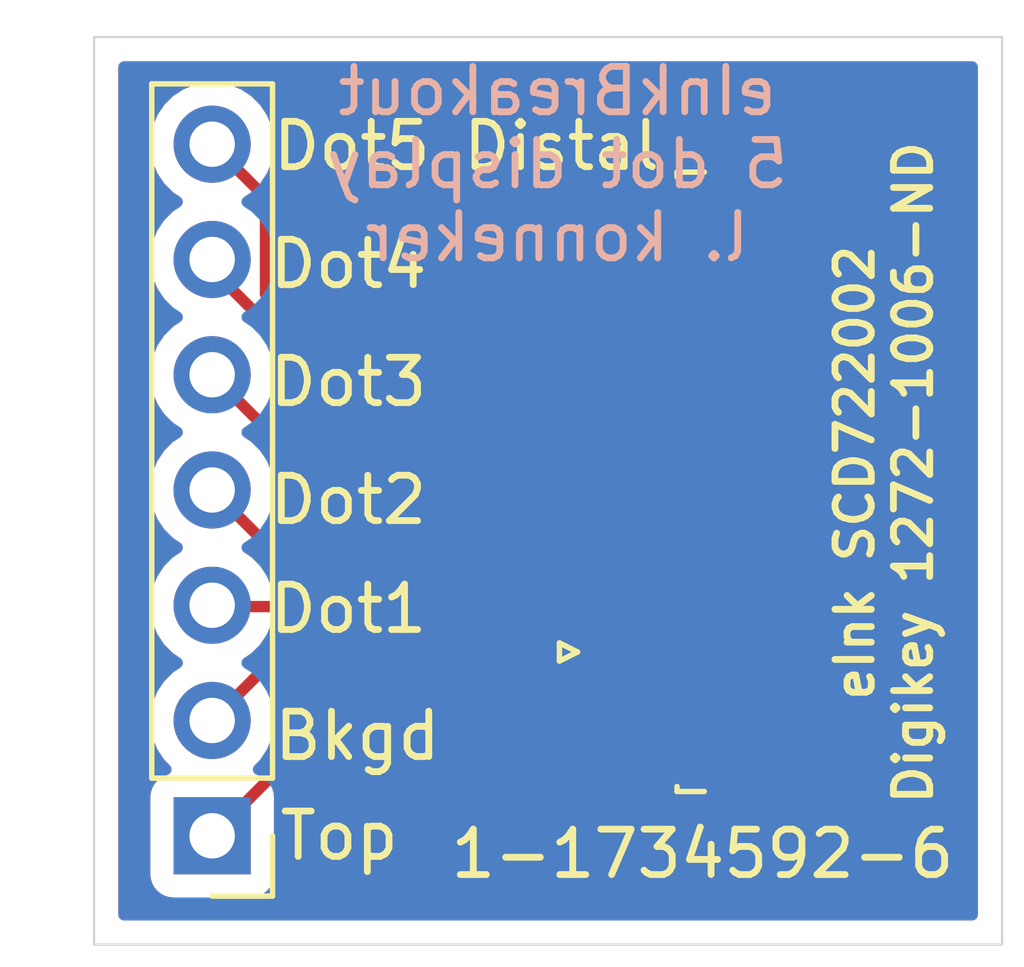
<source format=kicad_pcb>
(kicad_pcb (version 20171130) (host pcbnew 5.1.7-a382d34a8~88~ubuntu16.04.1)

  (general
    (thickness 1.6)
    (drawings 14)
    (tracks 18)
    (zones 0)
    (modules 2)
    (nets 8)
  )

  (page A4)
  (layers
    (0 F.Cu signal)
    (31 B.Cu signal)
    (32 B.Adhes user)
    (33 F.Adhes user)
    (34 B.Paste user)
    (35 F.Paste user)
    (36 B.SilkS user)
    (37 F.SilkS user)
    (38 B.Mask user)
    (39 F.Mask user)
    (40 Dwgs.User user)
    (41 Cmts.User user)
    (42 Eco1.User user)
    (43 Eco2.User user)
    (44 Edge.Cuts user)
    (45 Margin user)
    (46 B.CrtYd user)
    (47 F.CrtYd user)
    (48 B.Fab user)
    (49 F.Fab user)
  )

  (setup
    (last_trace_width 0.25)
    (trace_clearance 0.2)
    (zone_clearance 0.508)
    (zone_45_only no)
    (trace_min 0.2)
    (via_size 0.8)
    (via_drill 0.4)
    (via_min_size 0.4)
    (via_min_drill 0.3)
    (uvia_size 0.3)
    (uvia_drill 0.1)
    (uvias_allowed no)
    (uvia_min_size 0.2)
    (uvia_min_drill 0.1)
    (edge_width 0.05)
    (segment_width 0.2)
    (pcb_text_width 0.3)
    (pcb_text_size 1.5 1.5)
    (mod_edge_width 0.12)
    (mod_text_size 1 1)
    (mod_text_width 0.15)
    (pad_size 1.524 1.524)
    (pad_drill 0.762)
    (pad_to_mask_clearance 0)
    (aux_axis_origin 0 0)
    (visible_elements FFFFFF7F)
    (pcbplotparams
      (layerselection 0x010fc_ffffffff)
      (usegerberextensions false)
      (usegerberattributes true)
      (usegerberadvancedattributes true)
      (creategerberjobfile true)
      (excludeedgelayer true)
      (linewidth 0.100000)
      (plotframeref false)
      (viasonmask false)
      (mode 1)
      (useauxorigin false)
      (hpglpennumber 1)
      (hpglpenspeed 20)
      (hpglpendiameter 15.000000)
      (psnegative false)
      (psa4output false)
      (plotreference true)
      (plotvalue true)
      (plotinvisibletext false)
      (padsonsilk false)
      (subtractmaskfromsilk false)
      (outputformat 1)
      (mirror false)
      (drillshape 1)
      (scaleselection 1)
      (outputdirectory ""))
  )

  (net 0 "")
  (net 1 Top)
  (net 2 Bkgd)
  (net 3 Dot1)
  (net 4 Dot2)
  (net 5 Dot3)
  (net 6 Dot4)
  (net 7 Dot5Distal)

  (net_class Default "This is the default net class."
    (clearance 0.2)
    (trace_width 0.25)
    (via_dia 0.8)
    (via_drill 0.4)
    (uvia_dia 0.3)
    (uvia_drill 0.1)
    (add_net Bkgd)
    (add_net Dot1)
    (add_net Dot2)
    (add_net Dot3)
    (add_net Dot4)
    (add_net Dot5Distal)
    (add_net Top)
  )

  (module Connector_FFC-FPC:TE_1-1734839-6_1x16-1MP_P0.5mm_Horizontal (layer F.Cu) (tedit 5DB5C65C) (tstamp 6248F000)
    (at 103.8 106.8 90)
    (descr "TE FPC connector, 16 top-side contacts, 0.5mm pitch, SMT, https://www.te.com/commerce/DocumentDelivery/DDEController?Action=showdoc&DocId=Customer+Drawing%7F1734839%7FC%7Fpdf%7FEnglish%7FENG_CD_1734839_C_C_1734839.pdf%7F4-1734839-0")
    (tags "te fpc 1734839")
    (path /62489452)
    (attr smd)
    (fp_text reference J2 (at 0 -3.1 90) (layer F.SilkS) hide
      (effects (font (size 1 1) (thickness 0.15)))
    )
    (fp_text value 1-1734592-6 (at 0 3.25 90) (layer Dwgs.User)
      (effects (font (size 0.5 0.5) (thickness 0.08)))
    )
    (fp_line (start 7.22 -2.4) (end -7.22 -2.4) (layer F.CrtYd) (width 0.05))
    (fp_line (start 7.22 4.25) (end 7.22 -2.4) (layer F.CrtYd) (width 0.05))
    (fp_line (start -7.22 4.25) (end 7.22 4.25) (layer F.CrtYd) (width 0.05))
    (fp_line (start -7.22 -2.4) (end -7.22 4.25) (layer F.CrtYd) (width 0.05))
    (fp_line (start 6.605 2.75) (end -6.605 2.75) (layer Dwgs.User) (width 0.1))
    (fp_line (start -3.55 -0.55) (end -3.95 -0.55) (layer F.SilkS) (width 0.12))
    (fp_line (start -3.75 -0.15) (end -3.55 -0.55) (layer F.SilkS) (width 0.12))
    (fp_line (start -3.95 -0.55) (end -3.75 -0.15) (layer F.SilkS) (width 0.12))
    (fp_line (start 6.825 2.04) (end 6.825 2.64) (layer F.SilkS) (width 0.12))
    (fp_line (start 6.715 2.04) (end 6.825 2.04) (layer F.SilkS) (width 0.12))
    (fp_line (start -6.825 2.04) (end -6.825 2.64) (layer F.SilkS) (width 0.12))
    (fp_line (start -6.715 2.04) (end -6.825 2.04) (layer F.SilkS) (width 0.12))
    (fp_line (start -3.75 0.15) (end -3.35 -0.65) (layer F.Fab) (width 0.1))
    (fp_line (start -4.15 -0.65) (end -3.75 0.15) (layer F.Fab) (width 0.1))
    (fp_line (start -6.06 2.15) (end -6.06 -0.65) (layer F.Fab) (width 0.1))
    (fp_line (start -6.715 2.15) (end -6.06 2.15) (layer F.Fab) (width 0.1))
    (fp_line (start -6.715 3.75) (end -6.715 2.15) (layer F.Fab) (width 0.1))
    (fp_line (start 6.715 3.75) (end -6.715 3.75) (layer F.Fab) (width 0.1))
    (fp_line (start 6.715 2.15) (end 6.715 3.75) (layer F.Fab) (width 0.1))
    (fp_line (start 6.06 2.15) (end 6.715 2.15) (layer F.Fab) (width 0.1))
    (fp_line (start 6.06 -0.65) (end 6.06 2.15) (layer F.Fab) (width 0.1))
    (fp_line (start -6.06 -0.65) (end 6.06 -0.65) (layer F.Fab) (width 0.1))
    (fp_text user %R (at 0 1.55 90) (layer F.Fab)
      (effects (font (size 1 1) (thickness 0.15)))
    )
    (pad MP smd rect (at 5.42 0.35 90) (size 2.3 3.1) (layers F.Cu F.Paste F.Mask))
    (pad MP smd rect (at -5.42 0.35 90) (size 2.3 3.1) (layers F.Cu F.Paste F.Mask))
    (pad 16 smd rect (at 3.75 -1.35 90) (size 0.3 1.1) (layers F.Cu F.Paste F.Mask))
    (pad 15 smd rect (at 3.25 -1.35 90) (size 0.3 1.1) (layers F.Cu F.Paste F.Mask))
    (pad 14 smd rect (at 2.75 -1.35 90) (size 0.3 1.1) (layers F.Cu F.Paste F.Mask))
    (pad 13 smd rect (at 2.25 -1.35 90) (size 0.3 1.1) (layers F.Cu F.Paste F.Mask))
    (pad 12 smd rect (at 1.75 -1.35 90) (size 0.3 1.1) (layers F.Cu F.Paste F.Mask))
    (pad 11 smd rect (at 1.25 -1.35 90) (size 0.3 1.1) (layers F.Cu F.Paste F.Mask))
    (pad 10 smd rect (at 0.75 -1.35 90) (size 0.3 1.1) (layers F.Cu F.Paste F.Mask))
    (pad 9 smd rect (at 0.25 -1.35 90) (size 0.3 1.1) (layers F.Cu F.Paste F.Mask))
    (pad 8 smd rect (at -0.25 -1.35 90) (size 0.3 1.1) (layers F.Cu F.Paste F.Mask))
    (pad 7 smd rect (at -0.75 -1.35 90) (size 0.3 1.1) (layers F.Cu F.Paste F.Mask)
      (net 7 Dot5Distal))
    (pad 6 smd rect (at -1.25 -1.35 90) (size 0.3 1.1) (layers F.Cu F.Paste F.Mask)
      (net 6 Dot4))
    (pad 5 smd rect (at -1.75 -1.35 90) (size 0.3 1.1) (layers F.Cu F.Paste F.Mask)
      (net 5 Dot3))
    (pad 4 smd rect (at -2.25 -1.35 90) (size 0.3 1.1) (layers F.Cu F.Paste F.Mask)
      (net 4 Dot2))
    (pad 3 smd rect (at -2.75 -1.35 90) (size 0.3 1.1) (layers F.Cu F.Paste F.Mask)
      (net 3 Dot1))
    (pad 2 smd rect (at -3.25 -1.35 90) (size 0.3 1.1) (layers F.Cu F.Paste F.Mask)
      (net 2 Bkgd))
    (pad 1 smd rect (at -3.75 -1.35 90) (size 0.3 1.1) (layers F.Cu F.Paste F.Mask)
      (net 1 Top))
    (model ${KISYS3DMOD}/Connector_FFC-FPC.3dshapes/TE_1-1734839-6_1x16-1MP_P0.5mm_Horizontal.wrl
      (at (xyz 0 0 0))
      (scale (xyz 1 1 1))
      (rotate (xyz 0 0 0))
    )
  )

  (module Connector_PinHeader_2.54mm:PinHeader_1x07_P2.54mm_Vertical (layer F.Cu) (tedit 59FED5CC) (tstamp 6248EFD4)
    (at 95.6 114.6 180)
    (descr "Through hole straight pin header, 1x07, 2.54mm pitch, single row")
    (tags "Through hole pin header THT 1x07 2.54mm single row")
    (path /6248ADFF)
    (fp_text reference J1 (at 0 -2.33) (layer F.SilkS) hide
      (effects (font (size 1 1) (thickness 0.15)))
    )
    (fp_text value Conn_01x07 (at 0 17.57) (layer F.Fab)
      (effects (font (size 1 1) (thickness 0.15)))
    )
    (fp_line (start 1.8 -1.8) (end -1.8 -1.8) (layer F.CrtYd) (width 0.05))
    (fp_line (start 1.8 17.05) (end 1.8 -1.8) (layer F.CrtYd) (width 0.05))
    (fp_line (start -1.8 17.05) (end 1.8 17.05) (layer F.CrtYd) (width 0.05))
    (fp_line (start -1.8 -1.8) (end -1.8 17.05) (layer F.CrtYd) (width 0.05))
    (fp_line (start -1.33 -1.33) (end 0 -1.33) (layer F.SilkS) (width 0.12))
    (fp_line (start -1.33 0) (end -1.33 -1.33) (layer F.SilkS) (width 0.12))
    (fp_line (start -1.33 1.27) (end 1.33 1.27) (layer F.SilkS) (width 0.12))
    (fp_line (start 1.33 1.27) (end 1.33 16.57) (layer F.SilkS) (width 0.12))
    (fp_line (start -1.33 1.27) (end -1.33 16.57) (layer F.SilkS) (width 0.12))
    (fp_line (start -1.33 16.57) (end 1.33 16.57) (layer F.SilkS) (width 0.12))
    (fp_line (start -1.27 -0.635) (end -0.635 -1.27) (layer F.Fab) (width 0.1))
    (fp_line (start -1.27 16.51) (end -1.27 -0.635) (layer F.Fab) (width 0.1))
    (fp_line (start 1.27 16.51) (end -1.27 16.51) (layer F.Fab) (width 0.1))
    (fp_line (start 1.27 -1.27) (end 1.27 16.51) (layer F.Fab) (width 0.1))
    (fp_line (start -0.635 -1.27) (end 1.27 -1.27) (layer F.Fab) (width 0.1))
    (fp_text user %R (at 0 7.62 90) (layer F.Fab)
      (effects (font (size 1 1) (thickness 0.15)))
    )
    (pad 1 thru_hole rect (at 0 0 180) (size 1.7 1.7) (drill 1) (layers *.Cu *.Mask)
      (net 1 Top))
    (pad 2 thru_hole oval (at 0 2.54 180) (size 1.7 1.7) (drill 1) (layers *.Cu *.Mask)
      (net 2 Bkgd))
    (pad 3 thru_hole oval (at 0 5.08 180) (size 1.7 1.7) (drill 1) (layers *.Cu *.Mask)
      (net 3 Dot1))
    (pad 4 thru_hole oval (at 0 7.62 180) (size 1.7 1.7) (drill 1) (layers *.Cu *.Mask)
      (net 4 Dot2))
    (pad 5 thru_hole oval (at 0 10.16 180) (size 1.7 1.7) (drill 1) (layers *.Cu *.Mask)
      (net 5 Dot3))
    (pad 6 thru_hole oval (at 0 12.7 180) (size 1.7 1.7) (drill 1) (layers *.Cu *.Mask)
      (net 6 Dot4))
    (pad 7 thru_hole oval (at 0 15.24 180) (size 1.7 1.7) (drill 1) (layers *.Cu *.Mask)
      (net 7 Dot5Distal))
    (model ${KISYS3DMOD}/Connector_PinHeader_2.54mm.3dshapes/PinHeader_1x07_P2.54mm_Vertical.wrl
      (at (xyz 0 0 0))
      (scale (xyz 1 1 1))
      (rotate (xyz 0 0 0))
    )
  )

  (gr_text "eInkBreakout\n5 dot display\nl. konneker" (at 103.2 99.8) (layer B.SilkS)
    (effects (font (size 1 1) (thickness 0.15)) (justify mirror))
  )
  (gr_text "eInk SCD722002\nDigikey 1272-1006-ND" (at 110.4 106.6 90) (layer F.SilkS)
    (effects (font (size 0.8 0.8) (thickness 0.15)))
  )
  (gr_text 1-1734592-6 (at 106.4 115) (layer F.SilkS)
    (effects (font (size 1 1) (thickness 0.15)))
  )
  (gr_text "Dot5 Distal" (at 101.2 99.4) (layer F.SilkS)
    (effects (font (size 1 1) (thickness 0.15)))
  )
  (gr_text Dot4 (at 98.6 102) (layer F.SilkS)
    (effects (font (size 1 1) (thickness 0.15)))
  )
  (gr_text Dot3 (at 98.6 104.6) (layer F.SilkS)
    (effects (font (size 1 1) (thickness 0.15)))
  )
  (gr_text Dot2 (at 98.6 107.2) (layer F.SilkS)
    (effects (font (size 1 1) (thickness 0.15)))
  )
  (gr_text Dot1 (at 98.6 109.6) (layer F.SilkS)
    (effects (font (size 1 1) (thickness 0.15)))
  )
  (gr_text Bkgd (at 98.8 112.4) (layer F.SilkS)
    (effects (font (size 1 1) (thickness 0.15)))
  )
  (gr_text Top (at 98.4 114.6) (layer F.SilkS)
    (effects (font (size 1 1) (thickness 0.15)))
  )
  (gr_line (start 93 117) (end 93 97) (layer Edge.Cuts) (width 0.05) (tstamp 6248F342))
  (gr_line (start 113 117) (end 93 117) (layer Edge.Cuts) (width 0.05))
  (gr_line (start 113 97) (end 113 117) (layer Edge.Cuts) (width 0.05))
  (gr_line (start 93 97) (end 113 97) (layer Edge.Cuts) (width 0.05))

  (segment (start 99.65 110.55) (end 95.6 114.6) (width 0.25) (layer F.Cu) (net 1))
  (segment (start 102.45 110.55) (end 99.65 110.55) (width 0.25) (layer F.Cu) (net 1))
  (segment (start 97.61 110.05) (end 95.6 112.06) (width 0.25) (layer F.Cu) (net 2))
  (segment (start 102.45 110.05) (end 97.61 110.05) (width 0.25) (layer F.Cu) (net 2))
  (segment (start 95.63 109.55) (end 95.6 109.52) (width 0.25) (layer F.Cu) (net 3))
  (segment (start 102.45 109.55) (end 95.63 109.55) (width 0.25) (layer F.Cu) (net 3))
  (segment (start 97.67 109.05) (end 95.6 106.98) (width 0.25) (layer F.Cu) (net 4))
  (segment (start 102.45 109.05) (end 97.67 109.05) (width 0.25) (layer F.Cu) (net 4))
  (segment (start 99.71 108.55) (end 95.6 104.44) (width 0.25) (layer F.Cu) (net 5))
  (segment (start 102.45 108.55) (end 99.71 108.55) (width 0.25) (layer F.Cu) (net 5))
  (segment (start 95.6 102.121413) (end 95.6 101.9) (width 0.25) (layer F.Cu) (net 6))
  (segment (start 101.528587 108.05) (end 95.6 102.121413) (width 0.25) (layer F.Cu) (net 6))
  (segment (start 102.45 108.05) (end 101.528587 108.05) (width 0.25) (layer F.Cu) (net 6))
  (segment (start 96.775001 100.535001) (end 95.6 99.36) (width 0.25) (layer F.Cu) (net 7))
  (segment (start 102.425001 107.525001) (end 101.639999 107.525001) (width 0.25) (layer F.Cu) (net 7))
  (segment (start 101.639999 107.525001) (end 96.775001 102.660003) (width 0.25) (layer F.Cu) (net 7))
  (segment (start 102.45 107.55) (end 102.425001 107.525001) (width 0.25) (layer F.Cu) (net 7))
  (segment (start 96.775001 102.660003) (end 96.775001 100.535001) (width 0.25) (layer F.Cu) (net 7))

  (zone (net 0) (net_name "") (layer B.Cu) (tstamp 0) (hatch edge 0.508)
    (connect_pads (clearance 0.508))
    (min_thickness 0.254)
    (fill yes (arc_segments 32) (thermal_gap 0.508) (thermal_bridge_width 0.508))
    (polygon
      (pts
        (xy 113.5 117.5) (xy 92.5 117.5) (xy 92.5 96.5) (xy 113.5 96.5)
      )
    )
    (filled_polygon
      (pts
        (xy 112.340001 116.34) (xy 93.66 116.34) (xy 93.66 113.75) (xy 94.111928 113.75) (xy 94.111928 115.45)
        (xy 94.124188 115.574482) (xy 94.160498 115.69418) (xy 94.219463 115.804494) (xy 94.298815 115.901185) (xy 94.395506 115.980537)
        (xy 94.50582 116.039502) (xy 94.625518 116.075812) (xy 94.75 116.088072) (xy 96.45 116.088072) (xy 96.574482 116.075812)
        (xy 96.69418 116.039502) (xy 96.804494 115.980537) (xy 96.901185 115.901185) (xy 96.980537 115.804494) (xy 97.039502 115.69418)
        (xy 97.075812 115.574482) (xy 97.088072 115.45) (xy 97.088072 113.75) (xy 97.075812 113.625518) (xy 97.039502 113.50582)
        (xy 96.980537 113.395506) (xy 96.901185 113.298815) (xy 96.804494 113.219463) (xy 96.69418 113.160498) (xy 96.62162 113.138487)
        (xy 96.753475 113.006632) (xy 96.91599 112.763411) (xy 97.027932 112.493158) (xy 97.085 112.20626) (xy 97.085 111.91374)
        (xy 97.027932 111.626842) (xy 96.91599 111.356589) (xy 96.753475 111.113368) (xy 96.546632 110.906525) (xy 96.37224 110.79)
        (xy 96.546632 110.673475) (xy 96.753475 110.466632) (xy 96.91599 110.223411) (xy 97.027932 109.953158) (xy 97.085 109.66626)
        (xy 97.085 109.37374) (xy 97.027932 109.086842) (xy 96.91599 108.816589) (xy 96.753475 108.573368) (xy 96.546632 108.366525)
        (xy 96.37224 108.25) (xy 96.546632 108.133475) (xy 96.753475 107.926632) (xy 96.91599 107.683411) (xy 97.027932 107.413158)
        (xy 97.085 107.12626) (xy 97.085 106.83374) (xy 97.027932 106.546842) (xy 96.91599 106.276589) (xy 96.753475 106.033368)
        (xy 96.546632 105.826525) (xy 96.37224 105.71) (xy 96.546632 105.593475) (xy 96.753475 105.386632) (xy 96.91599 105.143411)
        (xy 97.027932 104.873158) (xy 97.085 104.58626) (xy 97.085 104.29374) (xy 97.027932 104.006842) (xy 96.91599 103.736589)
        (xy 96.753475 103.493368) (xy 96.546632 103.286525) (xy 96.37224 103.17) (xy 96.546632 103.053475) (xy 96.753475 102.846632)
        (xy 96.91599 102.603411) (xy 97.027932 102.333158) (xy 97.085 102.04626) (xy 97.085 101.75374) (xy 97.027932 101.466842)
        (xy 96.91599 101.196589) (xy 96.753475 100.953368) (xy 96.546632 100.746525) (xy 96.37224 100.63) (xy 96.546632 100.513475)
        (xy 96.753475 100.306632) (xy 96.91599 100.063411) (xy 97.027932 99.793158) (xy 97.085 99.50626) (xy 97.085 99.21374)
        (xy 97.027932 98.926842) (xy 96.91599 98.656589) (xy 96.753475 98.413368) (xy 96.546632 98.206525) (xy 96.303411 98.04401)
        (xy 96.033158 97.932068) (xy 95.74626 97.875) (xy 95.45374 97.875) (xy 95.166842 97.932068) (xy 94.896589 98.04401)
        (xy 94.653368 98.206525) (xy 94.446525 98.413368) (xy 94.28401 98.656589) (xy 94.172068 98.926842) (xy 94.115 99.21374)
        (xy 94.115 99.50626) (xy 94.172068 99.793158) (xy 94.28401 100.063411) (xy 94.446525 100.306632) (xy 94.653368 100.513475)
        (xy 94.82776 100.63) (xy 94.653368 100.746525) (xy 94.446525 100.953368) (xy 94.28401 101.196589) (xy 94.172068 101.466842)
        (xy 94.115 101.75374) (xy 94.115 102.04626) (xy 94.172068 102.333158) (xy 94.28401 102.603411) (xy 94.446525 102.846632)
        (xy 94.653368 103.053475) (xy 94.82776 103.17) (xy 94.653368 103.286525) (xy 94.446525 103.493368) (xy 94.28401 103.736589)
        (xy 94.172068 104.006842) (xy 94.115 104.29374) (xy 94.115 104.58626) (xy 94.172068 104.873158) (xy 94.28401 105.143411)
        (xy 94.446525 105.386632) (xy 94.653368 105.593475) (xy 94.82776 105.71) (xy 94.653368 105.826525) (xy 94.446525 106.033368)
        (xy 94.28401 106.276589) (xy 94.172068 106.546842) (xy 94.115 106.83374) (xy 94.115 107.12626) (xy 94.172068 107.413158)
        (xy 94.28401 107.683411) (xy 94.446525 107.926632) (xy 94.653368 108.133475) (xy 94.82776 108.25) (xy 94.653368 108.366525)
        (xy 94.446525 108.573368) (xy 94.28401 108.816589) (xy 94.172068 109.086842) (xy 94.115 109.37374) (xy 94.115 109.66626)
        (xy 94.172068 109.953158) (xy 94.28401 110.223411) (xy 94.446525 110.466632) (xy 94.653368 110.673475) (xy 94.82776 110.79)
        (xy 94.653368 110.906525) (xy 94.446525 111.113368) (xy 94.28401 111.356589) (xy 94.172068 111.626842) (xy 94.115 111.91374)
        (xy 94.115 112.20626) (xy 94.172068 112.493158) (xy 94.28401 112.763411) (xy 94.446525 113.006632) (xy 94.57838 113.138487)
        (xy 94.50582 113.160498) (xy 94.395506 113.219463) (xy 94.298815 113.298815) (xy 94.219463 113.395506) (xy 94.160498 113.50582)
        (xy 94.124188 113.625518) (xy 94.111928 113.75) (xy 93.66 113.75) (xy 93.66 97.66) (xy 112.34 97.66)
      )
    )
  )
  (zone (net 0) (net_name "") (layer F.Cu) (tstamp 6248AED6) (hatch edge 0.508)
    (connect_pads (clearance 0.508))
    (min_thickness 0.254)
    (fill yes (arc_segments 32) (thermal_gap 0.508) (thermal_bridge_width 0.508))
    (polygon
      (pts
        (xy 113.5 117.5) (xy 92.5 117.5) (xy 92.5 96.5) (xy 113.5 96.5)
      )
    )
    (filled_polygon
      (pts
        (xy 112.340001 116.34) (xy 93.66 116.34) (xy 93.66 113.75) (xy 94.111928 113.75) (xy 94.111928 115.45)
        (xy 94.124188 115.574482) (xy 94.160498 115.69418) (xy 94.219463 115.804494) (xy 94.298815 115.901185) (xy 94.395506 115.980537)
        (xy 94.50582 116.039502) (xy 94.625518 116.075812) (xy 94.75 116.088072) (xy 96.45 116.088072) (xy 96.574482 116.075812)
        (xy 96.69418 116.039502) (xy 96.804494 115.980537) (xy 96.901185 115.901185) (xy 96.980537 115.804494) (xy 97.039502 115.69418)
        (xy 97.075812 115.574482) (xy 97.088072 115.45) (xy 97.088072 114.186729) (xy 99.964802 111.31) (xy 101.723393 111.31)
        (xy 101.775518 111.325812) (xy 101.9 111.338072) (xy 101.961928 111.338072) (xy 101.961928 113.37) (xy 101.974188 113.494482)
        (xy 102.010498 113.61418) (xy 102.069463 113.724494) (xy 102.148815 113.821185) (xy 102.245506 113.900537) (xy 102.35582 113.959502)
        (xy 102.475518 113.995812) (xy 102.6 114.008072) (xy 105.7 114.008072) (xy 105.824482 113.995812) (xy 105.94418 113.959502)
        (xy 106.054494 113.900537) (xy 106.151185 113.821185) (xy 106.230537 113.724494) (xy 106.289502 113.61418) (xy 106.325812 113.494482)
        (xy 106.338072 113.37) (xy 106.338072 111.07) (xy 106.325812 110.945518) (xy 106.289502 110.82582) (xy 106.230537 110.715506)
        (xy 106.151185 110.618815) (xy 106.054494 110.539463) (xy 105.94418 110.480498) (xy 105.824482 110.444188) (xy 105.7 110.431928)
        (xy 103.638072 110.431928) (xy 103.638072 110.4) (xy 103.628223 110.3) (xy 103.638072 110.2) (xy 103.638072 109.9)
        (xy 103.628223 109.8) (xy 103.638072 109.7) (xy 103.638072 109.4) (xy 103.628223 109.3) (xy 103.638072 109.2)
        (xy 103.638072 108.9) (xy 103.628223 108.8) (xy 103.638072 108.7) (xy 103.638072 108.4) (xy 103.628223 108.3)
        (xy 103.638072 108.2) (xy 103.638072 107.9) (xy 103.628223 107.8) (xy 103.638072 107.7) (xy 103.638072 107.4)
        (xy 103.628223 107.3) (xy 103.638072 107.2) (xy 103.638072 106.9) (xy 103.628223 106.8) (xy 103.638072 106.7)
        (xy 103.638072 106.4) (xy 103.628223 106.3) (xy 103.638072 106.2) (xy 103.638072 105.9) (xy 103.628223 105.8)
        (xy 103.638072 105.7) (xy 103.638072 105.4) (xy 103.628223 105.3) (xy 103.638072 105.2) (xy 103.638072 104.9)
        (xy 103.628223 104.8) (xy 103.638072 104.7) (xy 103.638072 104.4) (xy 103.628223 104.3) (xy 103.638072 104.2)
        (xy 103.638072 103.9) (xy 103.628223 103.8) (xy 103.638072 103.7) (xy 103.638072 103.4) (xy 103.628223 103.3)
        (xy 103.638072 103.2) (xy 103.638072 103.168072) (xy 105.7 103.168072) (xy 105.824482 103.155812) (xy 105.94418 103.119502)
        (xy 106.054494 103.060537) (xy 106.151185 102.981185) (xy 106.230537 102.884494) (xy 106.289502 102.77418) (xy 106.325812 102.654482)
        (xy 106.338072 102.53) (xy 106.338072 100.23) (xy 106.325812 100.105518) (xy 106.289502 99.98582) (xy 106.230537 99.875506)
        (xy 106.151185 99.778815) (xy 106.054494 99.699463) (xy 105.94418 99.640498) (xy 105.824482 99.604188) (xy 105.7 99.591928)
        (xy 102.6 99.591928) (xy 102.475518 99.604188) (xy 102.35582 99.640498) (xy 102.245506 99.699463) (xy 102.148815 99.778815)
        (xy 102.069463 99.875506) (xy 102.010498 99.98582) (xy 101.974188 100.105518) (xy 101.961928 100.23) (xy 101.961928 102.261928)
        (xy 101.9 102.261928) (xy 101.775518 102.274188) (xy 101.65582 102.310498) (xy 101.545506 102.369463) (xy 101.448815 102.448815)
        (xy 101.369463 102.545506) (xy 101.310498 102.65582) (xy 101.274188 102.775518) (xy 101.261928 102.9) (xy 101.261928 103.2)
        (xy 101.271777 103.3) (xy 101.261928 103.4) (xy 101.261928 103.7) (xy 101.271777 103.8) (xy 101.261928 103.9)
        (xy 101.261928 104.2) (xy 101.271777 104.3) (xy 101.261928 104.4) (xy 101.261928 104.7) (xy 101.271777 104.8)
        (xy 101.261928 104.9) (xy 101.261928 105.2) (xy 101.271777 105.3) (xy 101.261928 105.4) (xy 101.261928 105.7)
        (xy 101.271777 105.8) (xy 101.261928 105.9) (xy 101.261928 106.072128) (xy 97.535001 102.345202) (xy 97.535001 100.572323)
        (xy 97.538677 100.535) (xy 97.535001 100.497677) (xy 97.535001 100.497668) (xy 97.524004 100.386015) (xy 97.480547 100.242754)
        (xy 97.409975 100.110725) (xy 97.315002 99.995) (xy 97.286004 99.971202) (xy 97.04121 99.726408) (xy 97.085 99.50626)
        (xy 97.085 99.21374) (xy 97.027932 98.926842) (xy 96.91599 98.656589) (xy 96.753475 98.413368) (xy 96.546632 98.206525)
        (xy 96.303411 98.04401) (xy 96.033158 97.932068) (xy 95.74626 97.875) (xy 95.45374 97.875) (xy 95.166842 97.932068)
        (xy 94.896589 98.04401) (xy 94.653368 98.206525) (xy 94.446525 98.413368) (xy 94.28401 98.656589) (xy 94.172068 98.926842)
        (xy 94.115 99.21374) (xy 94.115 99.50626) (xy 94.172068 99.793158) (xy 94.28401 100.063411) (xy 94.446525 100.306632)
        (xy 94.653368 100.513475) (xy 94.82776 100.63) (xy 94.653368 100.746525) (xy 94.446525 100.953368) (xy 94.28401 101.196589)
        (xy 94.172068 101.466842) (xy 94.115 101.75374) (xy 94.115 102.04626) (xy 94.172068 102.333158) (xy 94.28401 102.603411)
        (xy 94.446525 102.846632) (xy 94.653368 103.053475) (xy 94.82776 103.17) (xy 94.653368 103.286525) (xy 94.446525 103.493368)
        (xy 94.28401 103.736589) (xy 94.172068 104.006842) (xy 94.115 104.29374) (xy 94.115 104.58626) (xy 94.172068 104.873158)
        (xy 94.28401 105.143411) (xy 94.446525 105.386632) (xy 94.653368 105.593475) (xy 94.82776 105.71) (xy 94.653368 105.826525)
        (xy 94.446525 106.033368) (xy 94.28401 106.276589) (xy 94.172068 106.546842) (xy 94.115 106.83374) (xy 94.115 107.12626)
        (xy 94.172068 107.413158) (xy 94.28401 107.683411) (xy 94.446525 107.926632) (xy 94.653368 108.133475) (xy 94.82776 108.25)
        (xy 94.653368 108.366525) (xy 94.446525 108.573368) (xy 94.28401 108.816589) (xy 94.172068 109.086842) (xy 94.115 109.37374)
        (xy 94.115 109.66626) (xy 94.172068 109.953158) (xy 94.28401 110.223411) (xy 94.446525 110.466632) (xy 94.653368 110.673475)
        (xy 94.82776 110.79) (xy 94.653368 110.906525) (xy 94.446525 111.113368) (xy 94.28401 111.356589) (xy 94.172068 111.626842)
        (xy 94.115 111.91374) (xy 94.115 112.20626) (xy 94.172068 112.493158) (xy 94.28401 112.763411) (xy 94.446525 113.006632)
        (xy 94.57838 113.138487) (xy 94.50582 113.160498) (xy 94.395506 113.219463) (xy 94.298815 113.298815) (xy 94.219463 113.395506)
        (xy 94.160498 113.50582) (xy 94.124188 113.625518) (xy 94.111928 113.75) (xy 93.66 113.75) (xy 93.66 97.66)
        (xy 112.34 97.66)
      )
    )
    (filled_polygon
      (pts
        (xy 97.085 112.040199) (xy 97.085 111.91374) (xy 97.041209 111.693592) (xy 97.924802 110.81) (xy 98.315198 110.81)
      )
    )
    (filled_polygon
      (pts
        (xy 98.375198 108.29) (xy 97.984802 108.29) (xy 97.041209 107.346408) (xy 97.085 107.12626) (xy 97.085 106.999801)
      )
    )
    (filled_polygon
      (pts
        (xy 100.193785 107.79) (xy 100.024802 107.79) (xy 97.041209 104.806408) (xy 97.069246 104.66546)
      )
    )
  )
)

</source>
